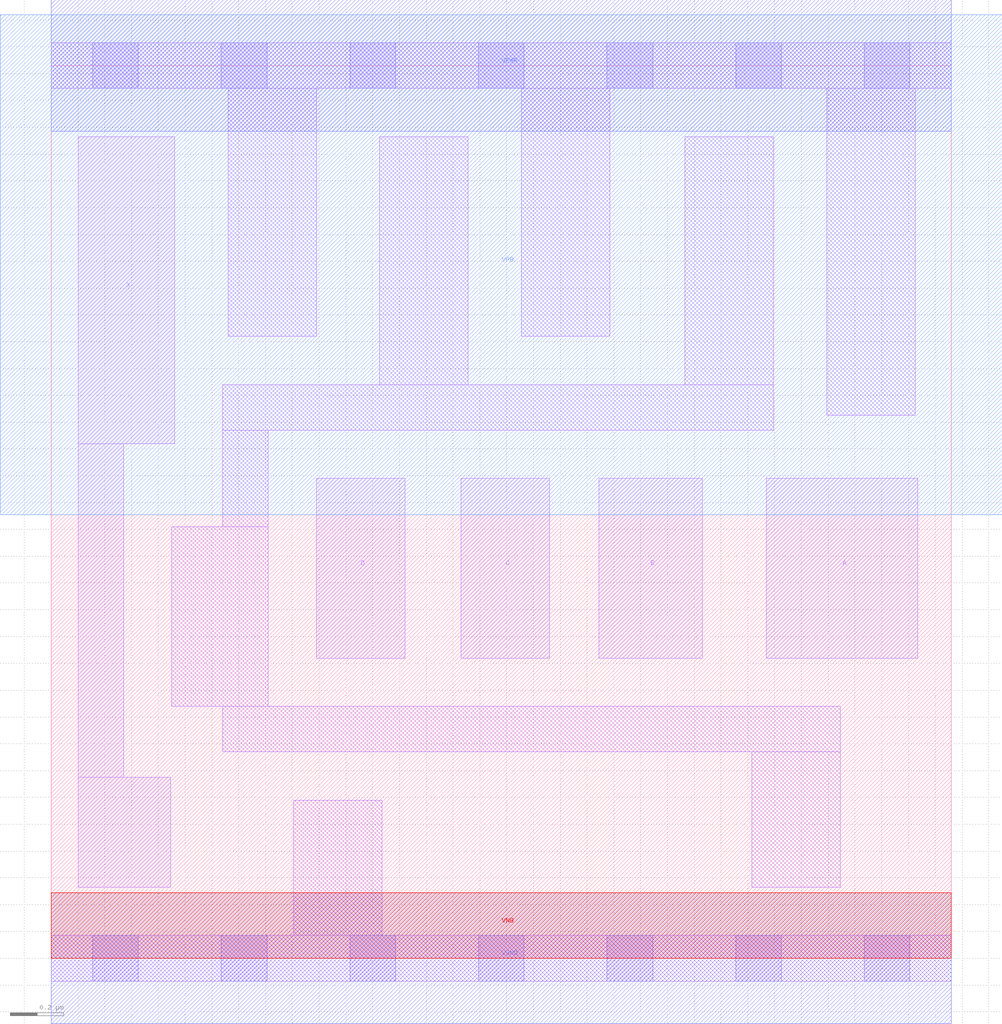
<source format=lef>
# Copyright 2020 The SkyWater PDK Authors
#
# Licensed under the Apache License, Version 2.0 (the "License");
# you may not use this file except in compliance with the License.
# You may obtain a copy of the License at
#
#     https://www.apache.org/licenses/LICENSE-2.0
#
# Unless required by applicable law or agreed to in writing, software
# distributed under the License is distributed on an "AS IS" BASIS,
# WITHOUT WARRANTIES OR CONDITIONS OF ANY KIND, either express or implied.
# See the License for the specific language governing permissions and
# limitations under the License.
#
# SPDX-License-Identifier: Apache-2.0

VERSION 5.7 ;
  NOWIREEXTENSIONATPIN ON ;
  DIVIDERCHAR "/" ;
  BUSBITCHARS "[]" ;
MACRO sky130_fd_sc_lp__and4_lp2
  CLASS CORE ;
  FOREIGN sky130_fd_sc_lp__and4_lp2 ;
  ORIGIN  0.000000  0.000000 ;
  SIZE  3.360000 BY  3.330000 ;
  SYMMETRY X Y R90 ;
  SITE unit ;
  PIN A
    ANTENNAGATEAREA  0.313000 ;
    DIRECTION INPUT ;
    USE SIGNAL ;
    PORT
      LAYER li1 ;
        RECT 2.670000 1.120000 3.235000 1.790000 ;
    END
  END A
  PIN B
    ANTENNAGATEAREA  0.313000 ;
    DIRECTION INPUT ;
    USE SIGNAL ;
    PORT
      LAYER li1 ;
        RECT 2.045000 1.120000 2.430000 1.790000 ;
    END
  END B
  PIN C
    ANTENNAGATEAREA  0.313000 ;
    DIRECTION INPUT ;
    USE SIGNAL ;
    PORT
      LAYER li1 ;
        RECT 1.530000 1.120000 1.860000 1.790000 ;
    END
  END C
  PIN D
    ANTENNAGATEAREA  0.313000 ;
    DIRECTION INPUT ;
    USE SIGNAL ;
    PORT
      LAYER li1 ;
        RECT 0.990000 1.120000 1.320000 1.790000 ;
    END
  END D
  PIN X
    ANTENNADIFFAREA  0.404700 ;
    DIRECTION OUTPUT ;
    USE SIGNAL ;
    PORT
      LAYER li1 ;
        RECT 0.100000 0.265000 0.445000 0.675000 ;
        RECT 0.100000 0.675000 0.270000 1.920000 ;
        RECT 0.100000 1.920000 0.460000 3.065000 ;
    END
  END X
  PIN VGND
    DIRECTION INOUT ;
    USE GROUND ;
    PORT
      LAYER met1 ;
        RECT 0.000000 -0.245000 3.360000 0.245000 ;
    END
  END VGND
  PIN VNB
    DIRECTION INOUT ;
    USE GROUND ;
    PORT
      LAYER pwell ;
        RECT 0.000000 0.000000 3.360000 0.245000 ;
    END
  END VNB
  PIN VPB
    DIRECTION INOUT ;
    USE POWER ;
    PORT
      LAYER nwell ;
        RECT -0.190000 1.655000 3.550000 3.520000 ;
    END
  END VPB
  PIN VPWR
    DIRECTION INOUT ;
    USE POWER ;
    PORT
      LAYER met1 ;
        RECT 0.000000 3.085000 3.360000 3.575000 ;
    END
  END VPWR
  OBS
    LAYER li1 ;
      RECT 0.000000 -0.085000 3.360000 0.085000 ;
      RECT 0.000000  3.245000 3.360000 3.415000 ;
      RECT 0.450000  0.940000 0.810000 1.610000 ;
      RECT 0.640000  0.770000 2.945000 0.940000 ;
      RECT 0.640000  1.610000 0.810000 1.970000 ;
      RECT 0.640000  1.970000 2.695000 2.140000 ;
      RECT 0.660000  2.320000 0.990000 3.245000 ;
      RECT 0.905000  0.085000 1.235000 0.590000 ;
      RECT 1.225000  2.140000 1.555000 3.065000 ;
      RECT 1.755000  2.320000 2.085000 3.245000 ;
      RECT 2.365000  2.140000 2.695000 3.065000 ;
      RECT 2.615000  0.265000 2.945000 0.770000 ;
      RECT 2.895000  2.025000 3.225000 3.245000 ;
    LAYER mcon ;
      RECT 0.155000 -0.085000 0.325000 0.085000 ;
      RECT 0.155000  3.245000 0.325000 3.415000 ;
      RECT 0.635000 -0.085000 0.805000 0.085000 ;
      RECT 0.635000  3.245000 0.805000 3.415000 ;
      RECT 1.115000 -0.085000 1.285000 0.085000 ;
      RECT 1.115000  3.245000 1.285000 3.415000 ;
      RECT 1.595000 -0.085000 1.765000 0.085000 ;
      RECT 1.595000  3.245000 1.765000 3.415000 ;
      RECT 2.075000 -0.085000 2.245000 0.085000 ;
      RECT 2.075000  3.245000 2.245000 3.415000 ;
      RECT 2.555000 -0.085000 2.725000 0.085000 ;
      RECT 2.555000  3.245000 2.725000 3.415000 ;
      RECT 3.035000 -0.085000 3.205000 0.085000 ;
      RECT 3.035000  3.245000 3.205000 3.415000 ;
  END
END sky130_fd_sc_lp__and4_lp2
END LIBRARY

</source>
